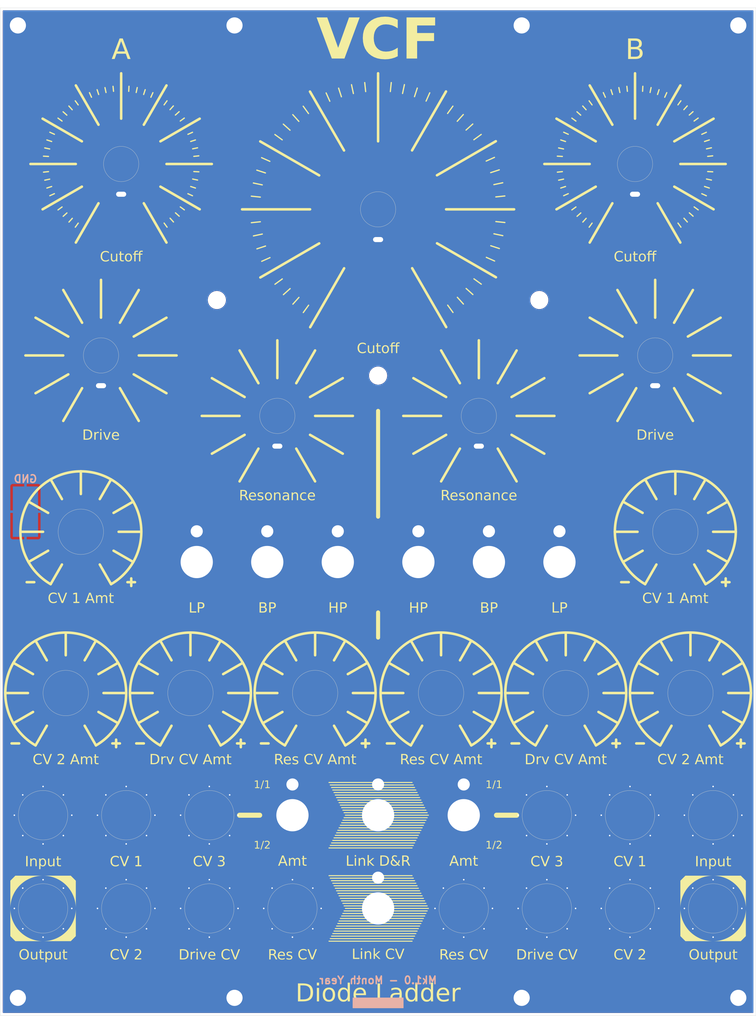
<source format=kicad_pcb>
(kicad_pcb (version 20240108) (generator "pcbnew") (generator_version "8.0")
  (title_block (title "Kosmo Format Front Panel - 10 cm") (company "DMH Instruments"))
  (layers (0 "F.Cu" signal) (31 "B.Cu" signal) (34 "B.Paste" user) (35 "F.Paste" user) (36 "B.SilkS" user "B.Silkscreen") (37 "F.SilkS" user "F.Silkscreen") (38 "B.Mask" user) (39 "F.Mask" user) (44 "Edge.Cuts" user))
  (property "Function" "")
  (net 0 "")
  (net 1 "GND")
  (footprint "SynthStuff:Toggle_Switch_TE_Cutout" (layer "F.Cu") (at 122 140)
    (property "Reference" "H34")
    (property "Value" "BP" (at 0 9.2 0) (layer "F.SilkS") (effects (font (size 2 2))))
    (pad "1" thru_hole circle (at 0 -6.1) (size 2.9 2.9) (drill 2.4) (layers "*.Cu" "*.Mask") (net 1 "GND"))
    (pad "1" thru_hole circle (at 0 0) (size 13 13) (drill 6.4) (layers "*.Cu" "*.Mask") (net 1 "GND"))
  )
  (footprint "SynthStuff:Jack_6.35mm_Cutout_v3" (layer "F.Cu") (at 150 190.25)
    (property "Reference" "H15")
    (property "Value" "CV 1" (at 0 9.3 0) (layer "F.SilkS") (effects (font (size 2 2))))
    (fp_circle (center 0 0) (end 0 -4.9) (stroke (width 0.05)) (fill none) (layer "Edge.Cuts"))
    (pad "1" thru_hole circle (at -5.7 0) (size 0.5 0.5) (drill 0.3) (layers "*.Cu" "*.Mask") (net 1 "GND"))
    (pad "1" thru_hole circle (at -4.04 -4.03) (size 0.5 0.5) (drill 0.3) (layers "*.Cu" "*.Mask") (net 1 "GND"))
    (pad "1" thru_hole circle (at -4.03 4.04) (size 0.5 0.5) (drill 0.3) (layers "*.Cu" "*.Mask") (net 1 "GND"))
    (pad "1" thru_hole circle (at 0 -5.7) (size 0.5 0.5) (drill 0.3) (layers "*.Cu" "*.Mask") (net 1 "GND"))
    (pad "1" connect circle (at 0 0) (size 12 12) (layers "F.Cu" "F.Mask") (net 1 "GND"))
    (pad "1" connect circle (at 0 0) (size 12 12) (layers "B.Cu" "B.Mask") (net 1 "GND"))
    (pad "1" thru_hole circle (at 0 5.7) (size 0.5 0.5) (drill 0.3) (layers "*.Cu" "*.Mask") (net 1 "GND"))
    (pad "1" thru_hole circle (at 4.03 4.04) (size 0.5 0.5) (drill 0.3) (layers "*.Cu" "*.Mask") (net 1 "GND"))
    (pad "1" thru_hole circle (at 4.04 -4.03) (size 0.5 0.5) (drill 0.3) (layers "*.Cu" "*.Mask") (net 1 "GND"))
    (pad "1" thru_hole circle (at 5.7 0) (size 0.5 0.5) (drill 0.3) (layers "*.Cu" "*.Mask") (net 1 "GND"))
  )
  (footprint "SynthStuff:Toggle_Switch_TE_Cutout" (layer "F.Cu") (at 100 208.75)
    (property "Reference" "H33")
    (property "Value" "Link CV" (at 0 9.2 0) (layer "F.SilkS") (effects (font (size 2 2))))
    (pad "1" thru_hole circle (at 0 -6.1) (size 2.9 2.9) (drill 2.4) (layers "*.Cu" "*.Mask") (net 1 "GND"))
    (pad "1" thru_hole circle (at 0 0) (size 13 13) (drill 6.4) (layers "*.Cu" "*.Mask") (net 1 "GND"))
  )
  (footprint "SynthStuff:MountingHole_LED_3mm" (layer "F.Cu") (at 68 88)
    (property "Reference" "H40" (hide yes))
    (property "Value" "LED A" (hide yes))
    (pad "" np_thru_hole circle (at 0 0) (size 3.1 3.1) (drill 3.1) (layers "F&B.Cu" "*.Mask"))
  )
  (footprint "SynthStuff:MountingHole_Rails" (layer "F.Cu") (at 28.5 226.5)
    (property "Reference" "H3")
    (property "Value" "MountingHole_Rails" (hide yes))
    (pad "1" thru_hole circle (at 0 0) (size 4 4) (drill 3.2) (layers "*.Cu" "*.Mask") (net 1 "GND"))
  )
  (footprint "SynthStuff:Pot_Cutout_Tiny_attv_P110KH1" (layer "F.Cu") (at 159 134)
    (property "Reference" "H22")
    (property "Value" "CV 1 Amt" (at 0 13.3 0) (layer "F.SilkS") (effects (font (size 2 2))))
    (fp_circle (center 0 0) (end 4.5 0) (stroke (width 0.05)) (fill none) (layer "Edge.Cuts"))
    (pad "1" connect circle (at 0 0) (size 12 12) (layers "F.Cu" "F.Mask") (net 1 "GND"))
    (pad "1" connect circle (at 0 0) (size 12 12) (layers "B.Cu" "B.Mask") (net 1 "GND"))
  )
  (footprint "SynthStuff:Jack_6.35mm_Cutout_v3" (layer "F.Cu") (at 150 208.75)
    (property "Reference" "H25")
    (property "Value" "CV 2" (at 0 9.3 0) (layer "F.SilkS") (effects (font (size 2 2))))
    (fp_circle (center 0 0) (end 0 -4.9) (stroke (width 0.05)) (fill none) (layer "Edge.Cuts"))
    (pad "1" thru_hole circle (at -5.7 0) (size 0.5 0.5) (drill 0.3) (layers "*.Cu" "*.Mask") (net 1 "GND"))
    (pad "1" thru_hole circle (at -4.04 -4.03) (size 0.5 0.5) (drill 0.3) (layers "*.Cu" "*.Mask") (net 1 "GND"))
    (pad "1" thru_hole circle (at -4.03 4.04) (size 0.5 0.5) (drill 0.3) (layers "*.Cu" "*.Mask") (net 1 "GND"))
    (pad "1" thru_hole circle (at 0 -5.7) (size 0.5 0.5) (drill 0.3) (layers "*.Cu" "*.Mask") (net 1 "GND"))
    (pad "1" connect circle (at 0 0) (size 12 12) (layers "F.Cu" "F.Mask") (net 1 "GND"))
    (pad "1" connect circle (at 0 0) (size 12 12) (layers "B.Cu" "B.Mask") (net 1 "GND"))
    (pad "1" thru_hole circle (at 0 5.7) (size 0.5 0.5) (drill 0.3) (layers "*.Cu" "*.Mask") (net 1 "GND"))
    (pad "1" thru_hole circle (at 4.03 4.04) (size 0.5 0.5) (drill 0.3) (layers "*.Cu" "*.Mask") (net 1 "GND"))
    (pad "1" thru_hole circle (at 4.04 -4.03) (size 0.5 0.5) (drill 0.3) (layers "*.Cu" "*.Mask") (net 1 "GND"))
    (pad "1" thru_hole circle (at 5.7 0) (size 0.5 0.5) (drill 0.3) (layers "*.Cu" "*.Mask") (net 1 "GND"))
  )
  (footprint "SynthStuff:Jack_6.35mm_Cutout_v3" (layer "F.Cu") (at 166.5 190.25)
    (property "Reference" "H16")
    (property "Value" "Input" (at 0 9.3 0) (layer "F.SilkS") (effects (font (size 2 2))))
    (fp_circle (center 0 0) (end 0 -4.9) (stroke (width 0.05)) (fill none) (layer "Edge.Cuts"))
    (pad "1" thru_hole circle (at -5.7 0) (size 0.5 0.5) (drill 0.3) (layers "*.Cu" "*.Mask") (net 1 "GND"))
    (pad "1" thru_hole circle (at -4.04 -4.03) (size 0.5 0.5) (drill 0.3) (layers "*.Cu" "*.Mask") (net 1 "GND"))
    (pad "1" thru_hole circle (at -4.03 4.04) (size 0.5 0.5) (drill 0.3) (layers "*.Cu" "*.Mask") (net 1 "GND"))
    (pad "1" thru_hole circle (at 0 -5.7) (size 0.5 0.5) (drill 0.3) (layers "*.Cu" "*.Mask") (net 1 "GND"))
    (pad "1" connect circle (at 0 0) (size 12 12) (layers "F.Cu" "F.Mask") (net 1 "GND"))
    (pad "1" connect circle (at 0 0) (size 12 12) (layers "B.Cu" "B.Mask") (net 1 "GND"))
    (pad "1" thru_hole circle (at 0 5.7) (size 0.5 0.5) (drill 0.3) (layers "*.Cu" "*.Mask") (net 1 "GND"))
    (pad "1" thru_hole circle (at 4.03 4.04) (size 0.5 0.5) (drill 0.3) (layers "*.Cu" "*.Mask") (net 1 "GND"))
    (pad "1" thru_hole circle (at 4.04 -4.03) (size 0.5 0.5) (drill 0.3) (layers "*.Cu" "*.Mask") (net 1 "GND"))
    (pad "1" thru_hole circle (at 5.7 0) (size 0.5 0.5) (drill 0.3) (layers "*.Cu" "*.Mask") (net 1 "GND"))
  )
  (footprint "SynthStuff:MountingHole_Rails" (layer "F.Cu") (at 128.5 226.5)
    (property "Reference" "H39")
    (property "Value" "MountingHole_Rails")
    (pad "1" thru_hole circle (at 0 0) (size 4 4) (drill 3.2) (layers "*.Cu" "*.Mask") (net 1 "GND"))
  )
  (footprint "SynthStuff:Toggle_Switch_TE_Cutout" (layer "F.Cu") (at 117 190.25)
    (property "Reference" "H23")
    (property "Value" "Amt" (at 0 9.2 0) (layer "F.SilkS") (effects (font (size 2 2))))
    (pad "1" thru_hole circle (at 0 -6.1) (size 2.9 2.9) (drill 2.4) (layers "*.Cu" "*.Mask") (net 1 "GND"))
    (pad "1" thru_hole circle (at 0 0) (size 13 13) (drill 6.4) (layers "*.Cu" "*.Mask") (net 1 "GND"))
  )
  (footprint "SynthStuff:Jack_6.35mm_Cutout_v3" (layer "F.Cu") (at 33.5 190.25)
    (property "Reference" "H5")
    (property "Value" "Input" (at 0 9.3 0) (layer "F.SilkS") (effects (font (size 2 2))))
    (fp_circle (center 0 0) (end 0 -4.9) (stroke (width 0.05)) (fill none) (layer "Edge.Cuts"))
    (pad "1" thru_hole circle (at -5.7 0) (size 0.5 0.5) (drill 0.3) (layers "*.Cu" "*.Mask") (net 1 "GND"))
    (pad "1" thru_hole circle (at -4.04 -4.03) (size 0.5 0.5) (drill 0.3) (layers "*.Cu" "*.Mask") (net 1 "GND"))
    (pad "1" thru_hole circle (at -4.03 4.04) (size 0.5 0.5) (drill 0.3) (layers "*.Cu" "*.Mask") (net 1 "GND"))
    (pad "1" thru_hole circle (at 0 -5.7) (size 0.5 0.5) (drill 0.3) (layers "*.Cu" "*.Mask") (net 1 "GND"))
    (pad "1" connect circle (at 0 0) (size 12 12) (layers "F.Cu" "F.Mask") (net 1 "GND"))
    (pad "1" connect circle (at 0 0) (size 12 12) (layers "B.Cu" "B.Mask") (net 1 "GND"))
    (pad "1" thru_hole circle (at 0 5.7) (size 0.5 0.5) (drill 0.3) (layers "*.Cu" "*.Mask") (net 1 "GND"))
    (pad "1" thru_hole circle (at 4.03 4.04) (size 0.5 0.5) (drill 0.3) (layers "*.Cu" "*.Mask") (net 1 "GND"))
    (pad "1" thru_hole circle (at 4.04 -4.03) (size 0.5 0.5) (drill 0.3) (layers "*.Cu" "*.Mask") (net 1 "GND"))
    (pad "1" thru_hole circle (at 5.7 0) (size 0.5 0.5) (drill 0.3) (layers "*.Cu" "*.Mask") (net 1 "GND"))
  )
  (footprint "SynthStuff:Pot_Cutout_Tiny_attv_P110KH1" (layer "F.Cu") (at 38 166)
    (property "Reference" "H17")
    (property "Value" "CV 2 Amt" (at 0 13.3 0) (layer "F.SilkS") (effects (font (size 2 2))))
    (fp_circle (center 0 0) (end 4.5 0) (stroke (width 0.05)) (fill none) (layer "Edge.Cuts"))
    (pad "1" connect circle (at 0 0) (size 12 12) (layers "F.Cu" "F.Mask") (net 1 "GND"))
    (pad "1" connect circle (at 0 0) (size 12 12) (layers "B.Cu" "B.Mask") (net 1 "GND"))
  )
  (footprint "SynthStuff:Pot_Cutout_Small" (layer "F.Cu") (at 45 99)
    (property "Reference" "H10")
    (property "Value" "Drive" (at 0 15.9 0) (layer "F.SilkS") (effects (font (size 2 2))))
    (fp_circle (center 0 0) (end 0 3.5) (stroke (width 0.05)) (fill none) (layer "Edge.Cuts"))
    (pad "1" connect circle (at 0 0) (size 12 12) (layers "F.Cu" "F.Mask") (net 1 "GND"))
    (pad "1" connect circle (at 0 0) (size 12 12) (layers "B.Cu" "B.Mask") (net 1 "GND"))
    (pad "1" thru_hole oval (at 0 6) (size 2.5 1.5) (drill oval 2 1) (layers "*.Cu" "*.Mask") (net 1 "GND"))
  )
  (footprint "SynthStuff:Pot_Cutout_Tiny_attv_P110KH1" (layer "F.Cu") (at 41 134)
    (property "Reference" "H12")
    (property "Value" "CV 1 Amt" (at 0 13.3 0) (layer "F.SilkS") (effects (font (size 2 2))))
    (fp_circle (center 0 0) (end 4.5 0) (stroke (width 0.05)) (fill none) (layer "Edge.Cuts"))
    (pad "1" connect circle (at 0 0) (size 12 12) (layers "F.Cu" "F.Mask") (net 1 "GND"))
    (pad "1" connect circle (at 0 0) (size 12 12) (layers "B.Cu" "B.Mask") (net 1 "GND"))
  )
  (footprint "SynthStuff:Toggle_Switch_TE_Cutout" (layer "F.Cu") (at 100 190.25)
    (property "Reference" "H44")
    (property "Value" "Link D&R" (at 0 9.2 0) (layer "F.SilkS") (effects (font (size 2 2))))
    (pad "1" thru_hole circle (at 0 -6.1) (size 2.9 2.9) (drill 2.4) (layers "*.Cu" "*.Mask") (net 1 "GND"))
    (pad "1" thru_hole circle (at 0 0) (size 13 13) (drill 6.4) (layers "*.Cu" "*.Mask") (net 1 "GND"))
  )
  (footprint "SynthStuff:Pot_Cutout_Tiny_attv_P110KH1" (layer "F.Cu") (at 112.5 166)
    (property "Reference" "H32")
    (property "Value" "Res CV Amt" (at 0 13.3 0) (layer "F.SilkS") (effects (font (size 2 2))))
    (fp_circle (center 0 0) (end 4.5 0) (stroke (width 0.05)) (fill none) (layer "Edge.Cuts"))
    (pad "1" connect circle (at 0 0) (size 12 12) (layers "F.Cu" "F.Mask") (net 1 "GND"))
    (pad "1" connect circle (at 0 0) (size 12 12) (layers "B.Cu" "B.Mask") (net 1 "GND"))
  )
  (footprint "SynthStuff:Jack_6.35mm_Cutout_v3" (layer "F.Cu") (at 133.5 208.75)
    (property "Reference" "H50")
    (property "Value" "Drive CV" (at 0 9.3 0) (layer "F.SilkS") (effects (font (size 2 2))))
    (fp_circle (center 0 0) (end 0 -4.9) (stroke (width 0.05)) (fill none) (layer "Edge.Cuts"))
    (pad "1" thru_hole circle (at -5.7 0) (size 0.5 0.5) (drill 0.3) (layers "*.Cu" "*.Mask") (net 1 "GND"))
    (pad "1" thru_hole circle (at -4.04 -4.03) (size 0.5 0.5) (drill 0.3) (layers "*.Cu" "*.Mask") (net 1 "GND"))
    (pad "1" thru_hole circle (at -4.03 4.04) (size 0.5 0.5) (drill 0.3) (layers "*.Cu" "*.Mask") (net 1 "GND"))
    (pad "1" thru_hole circle (at 0 -5.7) (size 0.5 0.5) (drill 0.3) (layers "*.Cu" "*.Mask") (net 1 "GND"))
    (pad "1" connect circle (at 0 0) (size 12 12) (layers "F.Cu" "F.Mask") (net 1 "GND"))
    (pad "1" connect circle (at 0 0) (size 12 12) (layers "B.Cu" "B.Mask") (net 1 "GND"))
    (pad "1" thru_hole circle (at 0 5.7) (size 0.5 0.5) (drill 0.3) (layers "*.Cu" "*.Mask") (net 1 "GND"))
    (pad "1" thru_hole circle (at 4.03 4.04) (size 0.5 0.5) (drill 0.3) (layers "*.Cu" "*.Mask") (net 1 "GND"))
    (pad "1" thru_hole circle (at 4.04 -4.03) (size 0.5 0.5) (drill 0.3) (layers "*.Cu" "*.Mask") (net 1 "GND"))
    (pad "1" thru_hole circle (at 5.7 0) (size 0.5 0.5) (drill 0.3) (layers "*.Cu" "*.Mask") (net 1 "GND"))
  )
  (footprint "SynthStuff:Pot_Cutout_Small" (layer "F.Cu") (at 80 111)
    (property "Reference" "H11")
    (property "Value" "Resonance" (at 0 15.9 0) (layer "F.SilkS") (effects (font (size 2 2))))
    (fp_circle (center 0 0) (end 0 3.5) (stroke (width 0.05)) (fill none) (layer "Edge.Cuts"))
    (pad "1" connect circle (at 0 0) (size 12 12) (layers "F.Cu" "F.Mask") (net 1 "GND"))
    (pad "1" connect circle (at 0 0) (size 12 12) (layers "B.Cu" "B.Mask") (net 1 "GND"))
    (pad "1" thru_hole oval (at 0 6) (size 2.5 1.5) (drill oval 2 1) (layers "*.Cu" "*.Mask") (net 1 "GND"))
  )
  (footprint "SynthStuff:Toggle_Switch_TE_Cutout" (layer "F.Cu") (at 78 140)
    (property "Reference" "H20")
    (property "Value" "BP" (at 0 9.2 0) (layer "F.SilkS") (effects (font (size 2 2))))
    (pad "1" thru_hole circle (at 0 -6.1) (size 2.9 2.9) (drill 2.4) (layers "*.Cu" "*.Mask") (net 1 "GND"))
    (pad "1" thru_hole circle (at 0 0) (size 13 13) (drill 6.4) (layers "*.Cu" "*.Mask") (net 1 "GND"))
  )
  (footprint "SynthStuff:Toggle_Switch_TE_Cutout" (layer "F.Cu") (at 136 140)
    (property "Reference" "H24")
    (property "Value" "LP" (at 0 9.2 0) (layer "F.SilkS") (effects (font (size 2 2))))
    (pad "1" thru_hole circle (at 0 -6.1) (size 2.9 2.9) (drill 2.4) (layers "*.Cu" "*.Mask") (net 1 "GND"))
    (pad "1" thru_hole circle (at 0 0) (size 13 13) (drill 6.4) (layers "*.Cu" "*.Mask") (net 1 "GND"))
  )
  (footprint "SynthStuff:Jack_6.35mm_Cutout_v3" (layer "F.Cu") (at 117 208.75)
    (property "Reference" "H29")
    (property "Value" "Res CV" (at 0 9.3 0) (layer "F.SilkS") (effects (font (size 2 2))))
    (fp_circle (center 0 0) (end 0 -4.9) (stroke (width 0.05)) (fill none) (layer "Edge.Cuts"))
    (pad "1" thru_hole circle (at -5.7 0) (size 0.5 0.5) (drill 0.3) (layers "*.Cu" "*.Mask") (net 1 "GND"))
    (pad "1" thru_hole circle (at -4.04 -4.03) (size 0.5 0.5) (drill 0.3) (layers "*.Cu" "*.Mask") (net 1 "GND"))
    (pad "1" thru_hole circle (at -4.03 4.04) (size 0.5 0.5) (drill 0.3) (layers "*.Cu" "*.Mask") (net 1 "GND"))
    (pad "1" thru_hole circle (at 0 -5.7) (size 0.5 0.5) (drill 0.3) (layers "*.Cu" "*.Mask") (net 1 "GND"))
    (pad "1" connect circle (at 0 0) (size 12 12) (layers "F.Cu" "F.Mask") (net 1 "GND"))
    (pad "1" connect circle (at 0 0) (size 12 12) (layers "B.Cu" "B.Mask") (net 1 "GND"))
    (pad "1" thru_hole circle (at 0 5.7) (size 0.5 0.5) (drill 0.3) (layers "*.Cu" "*.Mask") (net 1 "GND"))
    (pad "1" thru_hole circle (at 4.03 4.04) (size 0.5 0.5) (drill 0.3) (layers "*.Cu" "*.Mask") (net 1 "GND"))
    (pad "1" thru_hole circle (at 4.04 -4.03) (size 0.5 0.5) (drill 0.3) (layers "*.Cu" "*.Mask") (net 1 "GND"))
    (pad "1" thru_hole circle (at 5.7 0) (size 0.5 0.5) (drill 0.3) (layers "*.Cu" "*.Mask") (net 1 "GND"))
  )
  (footprint "SynthStuff:Pot_Cutout_Tiny_attv_P110KH1" (layer "F.Cu") (at 87.5 166)
    (property "Reference" "H13")
    (property "Value" "Res CV Amt" (at 0 13.3 0) (layer "F.SilkS") (effects (font (size 2 2))))
    (fp_circle (center 0 0) (end 4.5 0) (stroke (width 0.05)) (fill none) (layer "Edge.Cuts"))
    (pad "1" connect circle (at 0 0) (size 12 12) (layers "F.Cu" "F.Mask") (net 1 "GND"))
    (pad "1" connect circle (at 0 0) (size 12 12) (layers "B.Cu" "B.Mask") (net 1 "GND"))
  )
  (footprint "SynthStuff:MountingHole_Rails" (layer "F.Cu") (at 71.5 33.5)
    (property "Reference" "H36")
    (property "Value" "MountingHole_Rails" (hide yes))
    (pad "1" thru_hole circle (at 0 0) (size 4 4) (drill 3.2) (layers "*.Cu" "*.Mask") (net 1 "GND"))
  )
  (footprint "SynthStuff:MountingHole_LED_3mm" (layer "F.Cu") (at 100 103)
    (property "Reference" "H41" (hide yes))
    (property "Value" "LED Link" (hide yes))
    (pad "" np_thru_hole circle (at 0 0) (size 3.1 3.1) (drill 3.1) (layers "F&B.Cu" "*.Mask"))
  )
  (footprint "SynthStuff:Jack_6.35mm_Cutout_v3" (layer "F.Cu") (at 50 190.25)
    (property "Reference" "H6")
    (property "Value" "CV 1" (at 0 9.3 0) (layer "F.SilkS") (effects (font (size 2 2))))
    (fp_circle (center 0 0) (end 0 -4.9) (stroke (width 0.05)) (fill none) (layer "Edge.Cuts"))
    (pad "1" thru_hole circle (at -5.7 0) (size 0.5 0.5) (drill 0.3) (layers "*.Cu" "*.Mask") (net 1 "GND"))
    (pad "1" thru_hole circle (at -4.04 -4.03) (size 0.5 0.5) (drill 0.3) (layers "*.Cu" "*.Mask") (net 1 "GND"))
    (pad "1" thru_hole circle (at -4.03 4.04) (size 0.5 0.5) (drill 0.3) (layers "*.Cu" "*.Mask") (net 1 "GND"))
    (pad "1" thru_hole circle (at 0 -5.7) (size 0.5 0.5) (drill 0.3) (layers "*.Cu" "*.Mask") (net 1 "GND"))
    (pad "1" connect circle (at 0 0) (size 12 12) (layers "F.Cu" "F.Mask") (net 1 "GND"))
    (pad "1" connect circle (at 0 0) (size 12 12) (layers "B.Cu" "B.Mask") (net 1 "GND"))
    (pad "1" thru_hole circle (at 0 5.7) (size 0.5 0.5) (drill 0.3) (layers "*.Cu" "*.Mask") (net 1 "GND"))
    (pad "1" thru_hole circle (at 4.03 4.04) (size 0.5 0.5) (drill 0.3) (layers "*.Cu" "*.Mask") (net 1 "GND"))
    (pad "1" thru_hole circle (at 4.04 -4.03) (size 0.5 0.5) (drill 0.3) (layers "*.Cu" "*.Mask") (net 1 "GND"))
    (pad "1" thru_hole circle (at 5.7 0) (size 0.5 0.5) (drill 0.3) (layers "*.Cu" "*.Mask") (net 1 "GND"))
  )
  (footprint "SynthStuff:MountingHole_Rails" (layer "F.Cu") (at 71.5 226.5)
    (property "Reference" "H37")
    (property "Value" "MountingHole_Rails")
    (pad "1" thru_hole circle (at 0 0) (size 4 4) (drill 3.2) (layers "*.Cu" "*.Mask") (net 1 "GND"))
  )
  (footprint "SynthStuff:Jack_6.35mm_Cutout_Output_v6" (layer "F.Cu") (at 166.5 208.75)
    (property "Reference" "H30")
    (property "Value" "Output" (at 0 9.3 0) (layer "F.SilkS") (effects (font (size 2 2))))
    (fp_circle (center 0 0) (end 0 -4.9) (stroke (width 0.05)) (fill none) (layer "Edge.Cuts"))
    (pad "1" thru_hole circle (at -5.7 0) (size 0.5 0.5) (drill 0.3) (layers "*.Cu" "*.Mask") (net 1 "GND"))
    (pad "1" thru_hole circle (at -4.04 -4.03) (size 0.5 0.5) (drill 0.3) (layers "*.Cu" "*.Mask") (net 1 "GND"))
    (pad "1" thru_hole circle (at -4.03 4.04) (size 0.5 0.5) (drill 0.3) (layers "*.Cu" "*.Mask") (net 1 "GND"))
    (pad "1" thru_hole circle (at 0 -5.7) (size 0.5 0.5) (drill 0.3) (layers "*.Cu" "*.Mask") (net 1 "GND"))
    (pad "1" connect circle (at 0 0) (size 12 12) (layers "F.Cu" "F.Mask") (net 1 "GND"))
    (pad "1" connect circle (at 0 0) (size 12 12) (layers "B.Cu" "B.Mask") (net 1 "GND"))
    (pad "1" thru_hole circle (at 0 5.7) (size 0.5 0.5) (drill 0.3) (layers "*.Cu" "*.Mask") (net 1 "GND"))
    (pad "1" thru_hole circle (at 4.03 4.04) (size 0.5 0.5) (drill 0.3) (layers "*.Cu" "*.Mask") (net 1 "GND"))
    (pad "1" thru_hole circle (at 4.04 -4.03) (size 0.5 0.5) (drill 0.3) (layers "*.Cu" "*.Mask") (net 1 "GND"))
    (pad "1" thru_hole circle (at 5.7 0) (size 0.5 0.5) (drill 0.3) (layers "*.Cu" "*.Mask") (net 1 "GND"))
  )
  (footprint "SynthStuff:Pot_Cutout_Medium_v2" (layer "F.Cu") (at 151 61)
    (property "Reference" "H27")
    (property "Value" "Cutoff" (at 0 18.5 0) (layer "F.SilkS") (effects (font (size 2 2))))
    (fp_circle (center 0 0) (end 0 3.5) (stroke (width 0.05)) (fill none) (layer "Edge.Cuts"))
    (pad "1" connect circle (at 0 0) (size 12 12) (layers "F.Cu" "F.Mask") (net 1 "GND"))
    (pad "1" connect circle (at 0 0) (size 12 12) (layers "B.Cu" "B.Mask") (net 1 "GND"))
    (pad "1" thru_hole oval (at 0 6) (size 2.5 1.5) (drill oval 2 1) (layers "*.Cu" "*.Mask") (net 1 "GND"))
  )
  (footprint "SynthStuff:MountingHole_Rails" (layer "F.Cu") (at 128.5 33.5)
    (property "Reference" "H38")
    (property "Value" "MountingHole_Rails")
    (pad "1" thru_hole circle (at 0 0) (size 4 4) (drill 3.2) (layers "*.Cu" "*.Mask") (net 1 "GND"))
  )
  (footprint "SynthStuff:Pot_Cutout_Medium_v2" (layer "F.Cu") (at 49 61)
    (property "Reference" "H9")
    (property "Value" "Cutoff" (at 0 18.5 0) (layer "F.SilkS") (effects (font (size 2 2))))
    (fp_circle (center 0 0) (end 0 3.5) (stroke (width 0.05)) (fill none) (layer "Edge.Cuts"))
    (pad "1" connect circle (at 0 0) (size 12 12) (layers "F.Cu" "F.Mask") (net 1 "GND"))
    (pad "1" connect circle (at 0 0) (size 12 12) (layers "B.Cu" "B.Mask") (net 1 "GND"))
    (pad "1" thru_hole oval (at 0 6) (size 2.5 1.5) (drill oval 2 1) (layers "*.Cu" "*.Mask") (net 1 "GND"))
  )
  (footprint "SynthStuff:Jack_6.35mm_Cutout_Output_v6" (layer "F.Cu") (at 33.5 208.75)
    (property "Reference" "H8")
    (property "Value" "Output" (at 0 9.3 0) (layer "F.SilkS") (effects (font (size 2 2))))
    (fp_circle (center 0 0) (end 0 -4.9) (stroke (width 0.05)) (fill none) (layer "Edge.Cuts"))
    (pad "1" thru_hole circle (at -5.7 0) (size 0.5 0.5) (drill 0.3) (layers "*.Cu" "*.Mask") (net 1 "GND"))
    (pad "1" thru_hole circle (at -4.04 -4.03) (size 0.5 0.5) (drill 0.3) (layers "*.Cu" "*.Mask") (net 1 "GND"))
    (pad "1" thru_hole circle (at -4.03 4.04) (size 0.5 0.5) (drill 0.3) (layers "*.Cu" "*.Mask") (net 1 "GND"))
    (pad "1" thru_hole circle (at 0 -5.7) (size 0.5 0.5) (drill 0.3) (layers "*.Cu" "*.Mask") (net 1 "GND"))
    (pad "1" connect circle (at 0 0) (size 12 12) (layers "F.Cu" "F.Mask") (net 1 "GND"))
    (pad "1" connect circle (at 0 0) (size 12 12) (layers "B.Cu" "B.Mask") (net 1 "GND"))
    (pad "1" thru_hole circle (at 0 5.7) (size 0.5 0.5) (drill 0.3) (layers "*.Cu" "*.Mask") (net 1 "GND"))
    (pad "1" thru_hole circle (at 4.03 4.04) (size 0.5 0.5) (drill 0.3) (layers "*.Cu" "*.Mask") (net 1 "GND"))
    (pad "1" thru_hole circle (at 4.04 -4.03) (size 0.5 0.5) (drill 0.3) (layers "*.Cu" "*.Mask") (net 1 "GND"))
    (pad "1" thru_hole circle (at 5.7 0) (size 0.5 0.5) (drill 0.3) (layers "*.Cu" "*.Mask") (net 1 "GND"))
  )
  (footprint "SynthStuff:Pot_Cutout_Small" (layer "F.Cu") (at 120 111)
    (property "Reference" "H31")
    (property "Value" "Resonance" (at 0 15.9 0) (layer "F.SilkS") (effects (font (size 2 2))))
    (fp_circle (center 0 0) (end 0 3.5) (stroke (width 0.05)) (fill none) (layer "Edge.Cuts"))
    (pad "1" connect circle (at 0 0) (size 12 12) (layers "F.Cu" "F.Mask") (net 1 "GND"))
    (pad "1" connect circle (at 0 0) (size 12 12) (layers "B.Cu" "B.Mask") (net 1 "GND"))
    (pad "1" thru_hole oval (at 0 6) (size 2.5 1.5) (drill oval 2 1) (layers "*.Cu" "*.Mask") (net 1 "GND"))
  )
  (footprint "SynthStuff:Jack_6.35mm_Cutout_v3" (layer "F.Cu") (at 50 208.75)
    (property "Reference" "H18")
    (property "Value" "CV 2" (at 0 9.3 0) (layer "F.SilkS") (effects (font (size 2 2))))
    (fp_circle (center 0 0) (end 0 -4.9) (stroke (width 0.05)) (fill none) (layer "Edge.Cuts"))
    (pad "1" thru_hole circle (at -5.7 0) (size 0.5 0.5) (drill 0.3) (layers "*.Cu" "*.Mask") (net 1 "GND"))
    (pad "1" thru_hole circle (at -4.04 -4.03) (size 0.5 0.5) (drill 0.3) (layers "*.Cu" "*.Mask") (net 1 "GND"))
    (pad "1" thru_hole circle (at -4.03 4.04) (size 0.5 0.5) (drill 0.3) (layers "*.Cu" "*.Mask") (net 1 "GND"))
    (pad "1" thru_hole circle (at 0 -5.7) (size 0.5 0.5) (drill 0.3) (layers "*.Cu" "*.Mask") (net 1 "GND"))
    (pad "1" connect circle (at 0 0) (size 12 12) (layers "F.Cu" "F.Mask") (net 1 "GND"))
    (pad "1" connect circle (at 0 0) (size 12 12) (layers "B.Cu" "B.Mask") (net 1 "GND"))
    (pad "1" thru_hole circle (at 0 5.7) (size 0.5 0.5) (drill 0.3) (layers "*.Cu" "*.Mask") (net 1 "GND"))
    (pad "1" thru_hole circle (at 4.03 4.04) (size 0.5 0.5) (drill 0.3) (layers "*.Cu" "*.Mask") (net 1 "GND"))
    (pad "1" thru_hole circle (at 4.04 -4.03) (size 0.5 0.5) (drill 0.3) (layers "*.Cu" "*.Mask") (net 1 "GND"))
    (pad "1" thru_hole circle (at 5.7 0) (size 0.5 0.5) (drill 0.3) (layers "*.Cu" "*.Mask") (net 1 "GND"))
  )
  (footprint "SynthStuff:Toggle_Switch_TE_Cutout" (layer "F.Cu") (at 83 190.25)
    (property "Reference" "H19")
    (property "Value" "Amt" (at 0 9.2 0) (layer "F.SilkS") (effects (font (size 2 2))))
    (pad "1" thru_hole circle (at 0 -6.1) (size 2.9 2.9) (drill 2.4) (layers "*.Cu" "*.Mask") (net 1 "GND"))
    (pad "1" thru_hole circle (at 0 0) (size 13 13) (drill 6.4) (layers "*.Cu" "*.Mask") (net 1 "GND"))
  )
  (footprint "SynthStuff:MountingHole_LED_3mm" (layer "F.Cu") (at 132 88)
    (property "Reference" "H42" (hide yes))
    (property "Value" "LED B" (hide yes))
    (pad "" np_thru_hole circle (at 0 0) (size 3.1 3.1) (drill 3.1) (layers "F&B.Cu" "*.Mask"))
  )
  (footprint "SynthStuff:Pot_Cutout_Small" (layer "F.Cu") (at 155 99)
    (property "Reference" "H21")
    (property "Value" "Drive" (at 0 15.9 0) (layer "F.SilkS") (effects (font (size 2 2))))
    (fp_circle (center 0 0) (end 0 3.5) (stroke (width 0.05)) (fill none) (layer "Edge.Cuts"))
    (pad "1" connect circle (at 0 0) (size 12 12) (layers "F.Cu" "F.Mask") (net 1 "GND"))
    (pad "1" connect circle (at 0 0) (size 12 12) (layers "B.Cu" "B.Mask") (net 1 "GND"))
    (pad "1" thru_hole oval (at 0 6) (size 2.5 1.5) (drill oval 2 1) (layers "*.Cu" "*.Mask") (net 1 "GND"))
  )
  (footprint "SynthStuff:MountingHole_Rails" (layer "F.Cu") (at 171.5 33.5)
    (property "Reference" "H2")
    (property "Value" "MountingHole_Rails" (hide yes))
    (pad "1" thru_hole circle (at 0 0) (size 4 4) (drill 3.2) (layers "*.Cu" "*.Mask") (net 1 "GND"))
  )
  (footprint "SynthStuff:MountingHole_Rails" (layer "F.Cu") (at 171.5 226.5)
    (property "Reference" "H4")
    (property "Value" "MountingHole_Rails" (hide yes))
    (pad "1" thru_hole circle (at 0 0) (size 4 4) (drill 3.2) (layers "*.Cu" "*.Mask") (net 1 "GND"))
  )
  (footprint "SynthStuff:Pot_Cutout_Tiny_attv_P110KH1" (layer "F.Cu") (at 162 166)
    (property "Reference" "H28")
    (property "Value" "CV 2 Amt" (at 0 13.3 0) (layer "F.SilkS") (effects (font (size 2 2))))
    (fp_circle (center 0 0) (end 4.5 0) (stroke (width 0.05)) (fill none) (layer "Edge.Cuts"))
    (pad "1" connect circle (at 0 0) (size 12 12) (layers "F.Cu" "F.Mask") (net 1 "GND"))
    (pad "1" connect circle (at 0 0) (size 12 12) (layers "B.Cu" "B.Mask") (net 1 "GND"))
  )
  (footprint "SynthStuff:Jack_6.35mm_Cutout_v3" (layer "F.Cu") (at 83 208.75)
    (property "Reference" "H7")
    (property "Value" "Res CV" (at 0 9.3 0) (layer "F.SilkS") (effects (font (size 2 2))))
    (fp_circle (center 0 0) (end 0 -4.9) (stroke (width 0.05)) (fill none) (layer "Edge.Cuts"))
    (pad "1" thru_hole circle (at -5.7 0) (size 0.5 0.5) (drill 0.3) (layers "*.Cu" "*.Mask") (net 1 "GND"))
    (pad "1" thru_hole circle (at -4.04 -4.03) (size 0.5 0.5) (drill 0.3) (layers "*.Cu" "*.Mask") (net 1 "GND"))
    (pad "1" thru_hole circle (at -4.03 4.04) (size 0.5 0.5) (drill 0.3) (layers "*.Cu" "*.Mask") (net 1 "GND"))
    (pad "1" thru_hole circle (at 0 -5.7) (size 0.5 0.5) (drill 0.3) (layers "*.Cu" "*.Mask") (net 1 "GND"))
    (pad "1" connect circle (at 0 0) (size 12 12) (layers "F.Cu" "F.Mask") (net 1 "GND"))
    (pad "1" connect circle (at 0 0) (size 12 12) (layers "B.Cu" "B.Mask") (net 1 "GND"))
    (pad "1" thru_hole circle (at 0 5.7) (size 0.5 0.5) (drill 0.3) (layers "*.Cu" "*.Mask") (net 1 "GND"))
    (pad "1" thru_hole circle (at 4.03 4.04) (size 0.5 0.5) (drill 0.3) (layers "*.Cu" "*.Mask") (net 1 "GND"))
    (pad "1" thru_hole circle (at 4.04 -4.03) (size 0.5 0.5) (drill 0.3) (layers "*.Cu" "*.Mask") (net 1 "GND"))
    (pad "1" thru_hole circle (at 5.7 0) (size 0.5 0.5) (drill 0.3) (layers "*.Cu" "*.Mask") (net 1 "GND"))
  )
  (footprint "SynthStuff:Pot_Cutout_Huge_v2" (layer "F.Cu") (at 100 70)
    (property "Reference" "H43")
    (property "Value" "Cutoff" (at 0 27.7 0) (layer "F.SilkS") (effects (font (size 2 2))))
    (fp_circle (center 0 0) (end 0 3.5) (stroke (width 0.05)) (fill none) (layer "Edge.Cuts"))
    (pad "1" connect circle (at 0 0) (size 12 12) (layers "F.Cu" "F.Mask") (net 1 "GND"))
    (pad "1" connect circle (at 0 0) (size 12 12) (layers "B.Cu" "B.Mask") (net 1 "GND"))
    (pad "1" thru_hole oval (at 0 6) (size 2.5 1.5) (drill oval 2 1) (layers "*.Cu" "*.Mask") (net 1 "GND"))
  )
  (footprint "SynthStuff:MountingHole_Rails" (layer "F.Cu") (at 28.5 33.5)
    (property "Reference" "H1")
    (property "Value" "MountingHole_Rails" (hide yes))
    (pad "1" thru_hole circle (at 0 0) (size 4 4) (drill 3.2) (layers "*.Cu" "*.Mask") (net 1 "GND"))
  )
  (footprint "SynthStuff:Pot_Cutout_Tiny_attv_P110KH1" (layer "F.Cu") (at 137.25 166)
    (property "Reference" "H46")
    (property "Value" "Drv CV Amt" (at 0 13.3 0) (layer "F.SilkS") (effects (font (size 2 2))))
    (fp_circle (center 0 0) (end 4.5 0) (stroke (width 0.05)) (fill none) (layer "Edge.Cuts"))
    (pad "1" connect circle (at 0 0) (size 12 12) (layers "F.Cu" "F.Mask") (net 1 "GND"))
    (pad "1" connect circle (at 0 0) (size 12 12) (layers "B.Cu" "B.Mask") (net 1 "GND"))
  )
  (footprint "SynthStuff:Jack_6.35mm_Cutout_v3" (layer "F.Cu") (at 66.5 208.75)
    (property "Reference" "H48")
    (property "Value" "Drive CV" (at 0 9.3 0) (layer "F.SilkS") (effects (font (size 2 2))))
    (fp_circle (center 0 0) (end 0 -4.9) (stroke (width 0.05)) (fill none) (layer "Edge.Cuts"))
    (pad "1" thru_hole circle (at -5.7 0) (size 0.5 0.5) (drill 0.3) (layers "*.Cu" "*.Mask") (net 1 "GND"))
    (pad "1" thru_hole circle (at -4.04 -4.03) (size 0.5 0.5) (drill 0.3) (layers "*.Cu" "*.Mask") (net 1 "GND"))
    (pad "1" thru_hole circle (at -4.03 4.04) (size 0.5 0.5) (drill 0.3) (layers "*.Cu" "*.Mask") (net 1 "GND"))
    (pad "1" thru_hole circle (at 0 -5.7) (size 0.5 0.5) (drill 0.3) (layers "*.Cu" "*.Mask") (net 1 "GND"))
    (pad "1" connect circle (at 0 0) (size 12 12) (layers "F.Cu" "F.Mask") (net 1 "GND"))
    (pad "1" connect circle (at 0 0) (size 12 12) (layers "B.Cu" "B.Mask") (net 1 "GND"))
    (pad "1" thru_hole circle (at 0 5.7) (size 0.5 0.5) (drill 0.3) (layers "*.Cu" "*.Mask") (net 1 "GND"))
    (pad "1" thru_hole circle (at 4.03 4.04) (size 0.5 0.5) (drill 0.3) (layers "*.Cu" "*.Mask") (net 1 "GND"))
    (pad "1" thru_hole circle (at 4.04 -4.03) (size 0.5 0.5) (drill 0.3) (layers "*.Cu" "*.Mask") (net 1 "GND"))
    (pad "1" thru_hole circle (at 5.7 0) (size 0.5 0.5) (drill 0.3) (layers "*.Cu" "*.Mask") (net 1 "GND"))
  )
  (footprint "SynthStuff:Pot_Cutout_Tiny_attv_P110KH1" (layer "F.Cu") (at 62.75 166)
    (property "Reference" "H45")
    (property "Value" "Drv CV Amt" (at 0 13.3 0) (layer "F.SilkS") (effects (font (size 2 2))))
    (fp_circle (center 0 0) (end 4.5 0) (stroke (width 0.05)) (fill none) (layer "Edge.Cuts"))
    (pad "1" connect circle (at 0 0) (size 12 12) (layers "F.Cu" "F.Mask") (net 1 "GND"))
    (pad "1" connect circle (at 0 0) (size 12 12) (layers "B.Cu" "B.Mask") (net 1 "GND"))
  )
  (footprint "SynthStuff:Toggle_Switch_TE_Cutout" (layer "F.Cu") (at 64 140)
    (property "Reference" "H14")
    (property "Value" "LP" (at 0 9.2 0) (layer "F.SilkS") (effects (font (size 2 2))))
    (pad "1" thru_hole circle (at 0 -6.1) (size 2.9 2.9) (drill 2.4) (layers "*.Cu" "*.Mask") (net 1 "GND"))
    (pad "1" thru_hole circle (at 0 0) (size 13 13) (drill 6.4) (layers "*.Cu" "*.Mask") (net 1 "GND"))
  )
  (footprint "SynthStuff:Toggle_Switch_TE_Cutout" (layer "F.Cu") (at 92 140)
    (property "Reference" "H26")
    (property "Value" "HP" (at 0 9.2 0) (layer "F.SilkS") (effects (font (size 2 2))))
    (pad "1" thru_hole circle (at 0 -6.1) (size 2.9 2.9) (drill 2.4) (layers "*.Cu" "*.Mask") (net 1 "GND"))
    (pad "1" thru_hole circle (at 0 0) (size 13 13) (drill 6.4) (layers "*.Cu" "*.Mask") (net 1 "GND"))
  )
  (footprint "SynthStuff:Jack_6.35mm_Cutout_v3" (layer "F.Cu") (at 66.5 190.25)
    (property "Reference" "H47")
    (property "Value" "CV 3" (at 0 9.3 0) (layer "F.SilkS") (effects (font (size 2 2))))
    (fp_circle (center 0 0) (end 0 -4.9) (stroke (width 0.05)) (fill none) (layer "Edge.Cuts"))
    (pad "1" thru_hole circle (at -5.7 0) (size 0.5 0.5) (drill 0.3) (layers "*.Cu" "*.Mask") (net 1 "GND"))
    (pad "1" thru_hole circle (at -4.04 -4.03) (size 0.5 0.5) (drill 0.3) (layers "*.Cu" "*.Mask") (net 1 "GND"))
    (pad "1" thru_hole circle (at -4.03 4.04) (size 0.5 0.5) (drill 0.3) (layers "*.Cu" "*.Mask") (net 1 "GND"))
    (pad "1" thru_hole circle (at 0 -5.7) (size 0.5 0.5) (drill 0.3) (layers "*.Cu" "*.Mask") (net 1 "GND"))
    (pad "1" connect circle (at 0 0) (size 12 12) (layers "F.Cu" "F.Mask") (net 1 "GND"))
    (pad "1" connect circle (at 0 0) (size 12 12) (layers "B.Cu" "B.Mask") (net 1 "GND"))
    (pad "1" thru_hole circle (at 0 5.7) (size 0.5 0.5) (drill 0.3) (layers "*.Cu" "*.Mask") (net 1 "GND"))
    (pad "1" thru_hole circle (at 4.03 4.04) (size 0.5 0.5) (drill 0.3) (layers "*.Cu" "*.Mask") (net 1 "GND"))
    (pad "1" thru_hole circle (at 4.04 -4.03) (size 0.5 0.5) (drill 0.3) (layers "*.Cu" "*.Mask") (net 1 "GND"))
    (pad "1" thru_hole circle (at 5.7 0) (size 0.5 0.5) (drill 0.3) (layers "*.Cu" "*.Mask") (net 1 "GND"))
  )
  (footprint "SynthStuff:Jack_6.35mm_Cutout_v3" (layer "F.Cu") (at 133.5 190.25)
    (property "Reference" "H49")
    (property "Value" "CV 3" (at 0 9.3 0) (layer "F.SilkS") (effects (font (size 2 2))))
    (fp_circle (center 0 0) (end 0 -4.9) (stroke (width 0.05)) (fill none) (layer "Edge.Cuts"))
    (pad "1" thru_hole circle (at -5.7 0) (size 0.5 0.5) (drill 0.3) (layers "*.Cu" "*.Mask") (net 1 "GND"))
    (pad "1" thru_hole circle (at -4.04 -4.03) (size 0.5 0.5) (drill 0.3) (layers "*.Cu" "*.Mask") (net 1 "GND"))
    (pad "1" thru_hole circle (at -4.03 4.04) (size 0.5 0.5) (drill 0.3) (layers "*.Cu" "*.Mask") (net 1 "GND"))
    (pad "1" thru_hole circle (at 0 -5.7) (size 0.5 0.5) (drill 0.3) (layers "*.Cu" "*.Mask") (net 1 "GND"))
    (pad "1" connect circle (at 0 0) (size 12 12) (layers "F.Cu" "F.Mask") (net 1 "GND"))
    (pad "1" connect circle (at 0 0) (size 12 12) (layers "B.Cu" "B.Mask") (net 1 "GND"))
    (pad "1" thru_hole circle (at 0 5.7) (size 0.5 0.5) (drill 0.3) (layers "*.Cu" "*.Mask") (net 1 "GND"))
    (pad "1" thru_hole circle (at 4.03 4.04) (size 0.5 0.5) (drill 0.3) (layers "*.Cu" "*.Mask") (net 1 "GND"))
    (pad "1" thru_hole circle (at 4.04 -4.03) (size 0.5 0.5) (drill 0.3) (layers "*.Cu" "*.Mask") (net 1 "GND"))
    (pad "1" thru_hole circle (at 5.7 0) (size 0.5 0.5) (drill 0.3) (layers "*.Cu" "*.Mask") (net 1 "GND"))
  )
  (footprint "SynthStuff:Toggle_Switch_TE_Cutout" (layer "F.Cu") (at 108 140)
    (property "Reference" "H35")
    (property "Value" "HP" (at 0 9.2 0) (layer "F.SilkS") (effects (font (size 2 2))))
    (pad "1" thru_hole circle (at 0 -6.1) (size 2.9 2.9) (drill 2.4) (layers "*.Cu" "*.Mask") (net 1 "GND"))
    (pad "1" thru_hole circle (at 0 0) (size 13 13) (drill 6.4) (layers "*.Cu" "*.Mask") (net 1 "GND"))
  )
  (footprint "SynthStuff:Panel_GND_SolderWirePad_5x10mm" (layer "B.Cu") (at 30 130 180)
    (property "Reference" "J0" (hide yes))
    (property "Value" "Panel_GND_Solder_Wire_Pad" (hide yes))
    (property "Function" "GND" (at 0 6.5 0) (layer "B.SilkS") (effects (font (size 1.5 1.5) (thickness 0.3) (bold yes)) (justify mirror)))
    (pad "1" smd rect (at 0 0 180) (size 5 10) (layers "B.Cu" "B.Paste" "B.Mask") (net 1 "GND"))
  )
  (gr_rect (start 95 226.5) (end 105 228.5) (stroke (width 0.1)) (fill solid) (layer "B.SilkS"))
  (gr_line (start 90.5 196.25) (end 107 196.25) (stroke (width 0.2)) (layer "F.SilkS"))
  (gr_line (start 90.5 214.75) (end 107 214.75) (stroke (width 0.2)) (layer "F.SilkS"))
  (gr_line (start 93.25 190.75) (end 109.75 190.75) (stroke (width 0.2)) (layer "F.SilkS"))
  (gr_line (start 93 209.75) (end 109.5 209.75) (stroke (width 0.2)) (layer "F.SilkS"))
  (gr_line (start 92 193.25) (end 108.5 193.25) (stroke (width 0.2)) (layer "F.SilkS"))
  (gr_line (start 92.75 191.75) (end 109.25 191.75) (stroke (width 0.2)) (layer "F.SilkS"))
  (gr_line (start 100 131) (end 100 110) (stroke (width 0.8)) (layer "F.SilkS"))
  (gr_line (start 90.75 203.25) (end 107.25 203.25) (stroke (width 0.2)) (layer "F.SilkS"))
  (gr_line (start 91.25 204.25) (end 107.75 204.25) (stroke (width 0.2)) (layer "F.SilkS"))
  (gr_line (start 92.5 206.75) (end 109 206.75) (stroke (width 0.2)) (layer "F.SilkS"))
  (gr_line (start 93.25 208.25) (end 109.75 208.25) (stroke (width 0.2)) (layer "F.SilkS"))
  (gr_line (start 90.5 202.75) (end 107 202.75) (stroke (width 0.2)) (layer "F.SilkS"))
  (gr_line (start 93.25 209.25) (end 109.75 209.25) (stroke (width 0.2)) (layer "F.SilkS"))
  (gr_line (start 127.5 190.25) (end 123.5 190.25) (stroke (width 1)) (layer "F.SilkS"))
  (gr_line (start 91.75 186.75) (end 108.25 186.75) (stroke (width 0.2)) (layer "F.SilkS"))
  (gr_line (start 91.5 212.75) (end 108 212.75) (stroke (width 0.2)) (layer "F.SilkS"))
  (gr_line (start 90.75 195.75) (end 107.25 195.75) (stroke (width 0.2)) (layer "F.SilkS"))
  (gr_line (start 90.25 215.25) (end 106.75 215.25) (stroke (width 0.2)) (layer "F.SilkS"))
  (gr_line (start 93 207.75) (end 109.5 207.75) (stroke (width 0.2)) (layer "F.SilkS"))
  (gr_line (start 93 191.25) (end 109.5 191.25) (stroke (width 0.2)) (layer "F.SilkS"))
  (gr_line (start 91.25 185.75) (end 107.75 185.75) (stroke (width 0.2)) (layer "F.SilkS"))
  (gr_line (start 92.5 188.25) (end 109 188.25) (stroke (width 0.2)) (layer "F.SilkS"))
  (gr_line (start 92.25 187.75) (end 108.75 187.75) (stroke (width 0.2)) (layer "F.SilkS"))
  (gr_line (start 92.25 211.25) (end 108.75 211.25) (stroke (width 0.2)) (layer "F.SilkS"))
  (gr_line (start 92 205.75) (end 108.5 205.75) (stroke (width 0.2)) (layer "F.SilkS"))
  (gr_line (start 90.75 214.25) (end 107.25 214.25) (stroke (width 0.2)) (layer "F.SilkS"))
  (gr_line (start 92.75 210.25) (end 109.25 210.25) (stroke (width 0.2)) (layer "F.SilkS"))
  (gr_line (start 91 203.75) (end 107.5 203.75) (stroke (width 0.2)) (layer "F.SilkS"))
  (gr_line (start 91.25 213.25) (end 107.75 213.25) (stroke (width 0.2)) (layer "F.SilkS"))
  (gr_line (start 91.75 193.75) (end 108.25 193.75) (stroke (width 0.2)) (layer "F.SilkS"))
  (gr_line (start 90.25 196.75) (end 106.75 196.75) (stroke (width 0.2)) (layer "F.SilkS"))
  (gr_line (start 91.5 204.75) (end 108 204.75) (stroke (width 0.2)) (layer "F.SilkS"))
  (gr_line (start 91.75 205.25) (end 108.25 205.25) (stroke (width 0.2)) (layer "F.SilkS"))
  (gr_line (start 100 155) (end 100 150) (stroke (width 0.8)) (layer "F.SilkS"))
  (gr_line (start 93.5 208.75) (end 110 208.75) (stroke (width 0.2)) (layer "F.SilkS"))
  (gr_line (start 91.5 186.25) (end 108 186.25) (stroke (width 0.2)) (layer "F.SilkS"))
  (gr_line (start 76.5 190.25) (end 72.5 190.25) (stroke (width 1)) (layer "F.SilkS"))
  (gr_line (start 91.5 194.25) (end 108 194.25) (stroke (width 0.2)) (layer "F.SilkS"))
  (gr_line (start 92 187.25) (end 108.5 187.25) (stroke (width 0.2)) (layer "F.SilkS"))
  (gr_line (start 93.25 189.75) (end 109.75 189.75) (stroke (width 0.2)) (layer "F.SilkS"))
  (gr_line (start 91 185.25) (end 107.5 185.25) (stroke (width 0.2)) (layer "F.SilkS"))
  (gr_line (start 92.5 210.75) (end 109 210.75) (stroke (width 0.2)) (layer "F.SilkS"))
  (gr_line (start 93.5 190.25) (end 110 190.25) (stroke (width 0.2)) (layer "F.SilkS"))
  (gr_line (start 92.25 206.25) (end 108.75 206.25) (stroke (width 0.2)) (layer "F.SilkS"))
  (gr_line (start 106.75 183.75) (end 90.25 183.75) (stroke (width 0.2)) (layer "F.SilkS"))
  (gr_line (start 91.75 212.25) (end 108.25 212.25) (stroke (width 0.2)) (layer "F.SilkS"))
  (gr_line (start 92.25 192.75) (end 108.75 192.75) (stroke (width 0.2)) (layer "F.SilkS"))
  (gr_line (start 91 195.25) (end 107.5 195.25) (stroke (width 0.2)) (layer "F.SilkS"))
  (gr_line (start 90.5 184.25) (end 107 184.25) (stroke (width 0.2)) (layer "F.SilkS"))
  (gr_line (start 106.75 202.25) (end 90.25 202.25) (stroke (width 0.2)) (layer "F.SilkS"))
  (gr_line (start 92.5 192.25) (end 109 192.25) (stroke (width 0.2)) (layer "F.SilkS"))
  (gr_line (start 92.75 188.75) (end 109.25 188.75) (stroke (width 0.2)) (layer "F.SilkS"))
  (gr_line (start 92.75 207.25) (end 109.25 207.25) (stroke (width 0.2)) (layer "F.SilkS"))
  (gr_line (start 91.25 194.75) (end 107.75 194.75) (stroke (width 0.2)) (layer "F.SilkS"))
  (gr_line (start 93 189.25) (end 109.5 189.25) (stroke (width 0.2)) (layer "F.SilkS"))
  (gr_line (start 90.75 184.75) (end 107.25 184.75) (stroke (width 0.2)) (layer "F.SilkS"))
  (gr_line (start 91 213.75) (end 107.5 213.75) (stroke (width 0.2)) (layer "F.SilkS"))
  (gr_line (start 92 211.75) (end 108.5 211.75) (stroke (width 0.2)) (layer "F.SilkS"))
  (gr_rect (start 25 30) (end 175 230) (stroke (width 0.05)) (fill none) (layer "Edge.Cuts"))
  (gr_text "Mk1.0 - Month Year" (at 100 223 0) (layer "B.SilkS") (effects (font (size 1.5 1.5) (thickness 0.3) (bold yes)) (justify mirror)))
  (gr_text "B" (at 151 38.5 0) (layer "F.SilkS") (effects (font (size 4 4) (thickness 0.875))))
  (gr_text "1/1" (at 123 184.25 0) (layer "F.SilkS") (effects (font (size 1.5 1.5) (thickness 0.1))))
  (gr_text "1/2" (at 77 196.25 0) (layer "F.SilkS") (effects (font (size 1.5 1.5) (thickness 0.1))))
  (gr_text "VCF" (at 100 36.75 0) (layer "F.SilkS") (effects (font (size 8 8) (thickness 0.8) (bold yes))))
  (gr_text "1/1" (at 77 184.25 0) (layer "F.SilkS") (effects (font (size 1.5 1.5) (thickness 0.1))))
  (gr_text "A" (at 49 38.5 0) (layer "F.SilkS") (effects (font (size 4 4) (thickness 0.875))))
  (gr_text "1/2" (at 123 196.25 0) (layer "F.SilkS") (effects (font (size 1.5 1.5) (thickness 0.1))))
  (gr_text "Diode Ladder" (at 100 225.75 0) (layer "F.SilkS") (effects (font (size 3.5 3.5) (thickness 0.875))))
  (zone (net 1) (net_name "GND") (layers "F&B.Cu") (name "GroundPlane") (connect_pads yes (clearance 0.5)) (min_thickness 0.25) (fill yes (thermal_gap 0.5) (thermal_bridge_width 0.5))
    (polygon (pts (xy 25 30) (xy 175 30) (xy 175 230) (xy 25 230)))
  )
)
</source>
